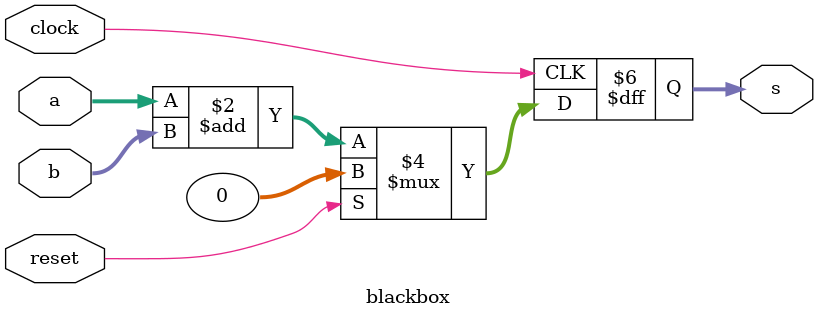
<source format=v>
module blackbox (
	input clock,
	input reset,
	input  [31:0] a,
	input  [31:0] b,
	output reg [31:0] s 
);
always @(posedge clock) begin
	if(reset) begin
		s <= 0;
	end else begin
		s <= a + b;
 	end
end
endmodule
</source>
